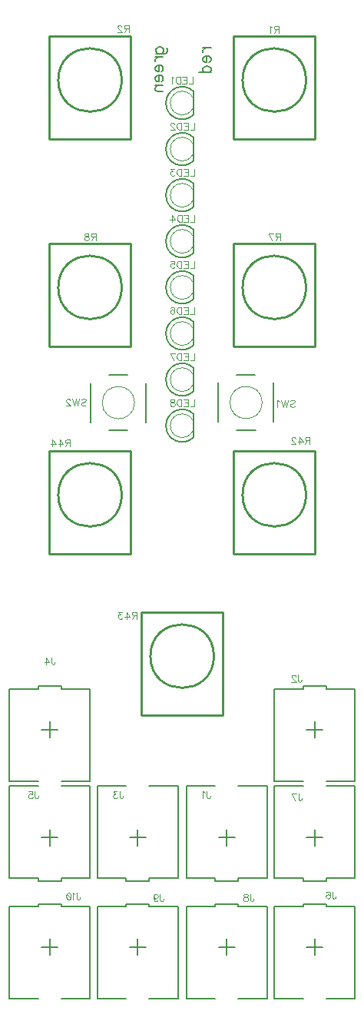
<source format=gbo>
G04 DipTrace 3.2.0.1*
G04 beehive.GBO*
%MOIN*%
G04 #@! TF.FileFunction,Legend,Bot*
G04 #@! TF.Part,Single*
%ADD10C,0.009843*%
%ADD15C,0.008*%
%ADD16C,0.006*%
%ADD30C,0.000013*%
%ADD37C,0.005*%
%ADD40C,0.005984*%
%ADD79C,0.004632*%
%ADD81C,0.00772*%
%FSLAX26Y26*%
G04*
G70*
G90*
G75*
G01*
G04 BotSilk*
%LPD*%
X1337792Y1106291D2*
D16*
X1407827D1*
X1372827Y1141238D2*
Y1071295D1*
X1422842Y931408D2*
X1547827D1*
X1322812D2*
X1197827D1*
X1322812Y1331417D2*
X1197827D1*
X1422842D2*
X1547827D1*
Y931408D1*
X1197827D2*
Y1331417D1*
X1322812Y931408D2*
D40*
Y918934D1*
X1422842D1*
Y931408D1*
X1789113Y1575282D2*
D16*
X1719078D1*
X1754078Y1540335D2*
Y1610279D1*
X1704063Y1750166D2*
X1579078D1*
X1804093D2*
X1929078D1*
X1804093Y1350156D2*
X1929078D1*
X1704063D2*
X1579078D1*
Y1750166D1*
X1929078D2*
Y1350156D1*
X1804093Y1750166D2*
D40*
Y1762640D1*
X1704063D1*
Y1750166D1*
X950292Y1106291D2*
D16*
X1020327D1*
X985327Y1141238D2*
Y1071295D1*
X1035342Y931408D2*
X1160327D1*
X935312D2*
X810327D1*
X935312Y1331417D2*
X810327D1*
X1035342D2*
X1160327D1*
Y931408D1*
X810327D2*
Y1331417D1*
X935312Y931408D2*
D40*
Y918934D1*
X1035342D1*
Y931408D1*
X639113Y1575282D2*
D16*
X569078D1*
X604078Y1540335D2*
Y1610279D1*
X554063Y1750166D2*
X429078D1*
X654093D2*
X779078D1*
X654093Y1350156D2*
X779078D1*
X554063D2*
X429078D1*
Y1750166D1*
X779078D2*
Y1350156D1*
X654093Y1750166D2*
D40*
Y1762640D1*
X554063D1*
Y1750166D1*
X569043Y1106291D2*
D16*
X639078D1*
X604078Y1141238D2*
Y1071295D1*
X654093Y931408D2*
X779078D1*
X554063D2*
X429078D1*
X554063Y1331417D2*
X429078D1*
X654093D2*
X779078D1*
Y931408D1*
X429078D2*
Y1331417D1*
X554063Y931408D2*
D40*
Y918934D1*
X654093D1*
Y931408D1*
X1789113Y631533D2*
D16*
X1719078D1*
X1754078Y596586D2*
Y666530D1*
X1704063Y806417D2*
X1579078D1*
X1804093D2*
X1929078D1*
X1804093Y406407D2*
X1929078D1*
X1704063D2*
X1579078D1*
Y806417D1*
X1929078D2*
Y406407D1*
X1804093Y806417D2*
D40*
Y818891D1*
X1704063D1*
Y806417D1*
X1719043Y1106291D2*
D16*
X1789078D1*
X1754078Y1141238D2*
Y1071295D1*
X1804093Y931408D2*
X1929078D1*
X1704063D2*
X1579078D1*
X1704063Y1331417D2*
X1579078D1*
X1804093D2*
X1929078D1*
Y931408D1*
X1579078D2*
Y1331417D1*
X1704063Y931408D2*
D40*
Y918934D1*
X1804093D1*
Y931408D1*
X1407862Y631533D2*
D16*
X1337827D1*
X1372827Y596586D2*
Y666530D1*
X1322812Y806417D2*
X1197827D1*
X1422842D2*
X1547827D1*
X1422842Y406407D2*
X1547827D1*
X1322812D2*
X1197827D1*
Y806417D1*
X1547827D2*
Y406407D1*
X1422842Y806417D2*
D40*
Y818891D1*
X1322812D1*
Y806417D1*
X1020362Y631533D2*
D16*
X950327D1*
X985327Y596586D2*
Y666530D1*
X935312Y806417D2*
X810327D1*
X1035342D2*
X1160327D1*
X1035342Y406407D2*
X1160327D1*
X935312D2*
X810327D1*
Y806417D1*
X1160327D2*
Y406407D1*
X1035342Y806417D2*
D40*
Y818891D1*
X935312D1*
Y806417D1*
X639113Y631533D2*
D16*
X569078D1*
X604078Y596586D2*
Y666530D1*
X554063Y806417D2*
X429078D1*
X654093D2*
X779078D1*
X654093Y406407D2*
X779078D1*
X554063D2*
X429078D1*
Y806417D1*
X779078D2*
Y406407D1*
X654093Y806417D2*
D40*
Y818891D1*
X554063D1*
Y806417D1*
X1127907Y4293912D2*
D30*
G02X1127907Y4293912I51170J0D01*
G01*
X1229085Y4343921D2*
D37*
G03X1229085Y4243904I-49996J-50008D01*
G01*
Y4343921D2*
Y4243904D1*
X1127907Y4093912D2*
D30*
G02X1127907Y4093912I51170J0D01*
G01*
X1229085Y4143921D2*
D37*
G03X1229085Y4043904I-49996J-50008D01*
G01*
Y4143921D2*
Y4043904D1*
X1127907Y3893912D2*
D30*
G02X1127907Y3893912I51170J0D01*
G01*
X1229085Y3943921D2*
D37*
G03X1229085Y3843904I-49996J-50008D01*
G01*
Y3943921D2*
Y3843904D1*
X1127907Y3693912D2*
D30*
G02X1127907Y3693912I51170J0D01*
G01*
X1229085Y3743921D2*
D37*
G03X1229085Y3643904I-49996J-50008D01*
G01*
Y3743921D2*
Y3643904D1*
X1127907Y3493912D2*
D30*
G02X1127907Y3493912I51170J0D01*
G01*
X1229085Y3543921D2*
D37*
G03X1229085Y3443904I-49996J-50008D01*
G01*
Y3543921D2*
Y3443904D1*
X1127907Y3293912D2*
D30*
G02X1127907Y3293912I51170J0D01*
G01*
X1229085Y3343921D2*
D37*
G03X1229085Y3243904I-49996J-50008D01*
G01*
Y3343921D2*
Y3243904D1*
X1127907Y3093912D2*
D30*
G02X1127907Y3093912I51170J0D01*
G01*
X1229085Y3143921D2*
D37*
G03X1229085Y3043904I-49996J-50008D01*
G01*
Y3143921D2*
Y3043904D1*
X1127907Y2893912D2*
D30*
G02X1127907Y2893912I51170J0D01*
G01*
X1229085Y2943921D2*
D37*
G03X1229085Y2843904I-49996J-50008D01*
G01*
Y2943921D2*
Y2843904D1*
X1756212Y4584856D2*
D10*
X1401944D1*
Y4137979D1*
X1756212D1*
Y4584856D1*
X1441286Y4393915D2*
G02X1441286Y4393915I137768J0D01*
G01*
X956212Y4584856D2*
X601944D1*
Y4137979D1*
X956212D1*
Y4584856D1*
X641286Y4393915D2*
G02X641286Y4393915I137768J0D01*
G01*
X1756212Y3684856D2*
X1401944D1*
Y3237979D1*
X1756212D1*
Y3684856D1*
X1441286Y3493915D2*
G02X1441286Y3493915I137768J0D01*
G01*
X956212Y3684856D2*
X601944D1*
Y3237979D1*
X956212D1*
Y3684856D1*
X641286Y3493915D2*
G02X641286Y3493915I137768J0D01*
G01*
X1756212Y2784856D2*
X1401944D1*
Y2337979D1*
X1756212D1*
Y2784856D1*
X1441286Y2593915D2*
G02X1441286Y2593915I137768J0D01*
G01*
X1356212Y2084856D2*
X1001944D1*
Y1637979D1*
X1356212D1*
Y2084856D1*
X1041286Y1893915D2*
G02X1041286Y1893915I137768J0D01*
G01*
X956212Y2784856D2*
X601944D1*
Y2337979D1*
X956212D1*
Y2784856D1*
X641286Y2593915D2*
G02X641286Y2593915I137768J0D01*
G01*
X1386471Y2994311D2*
D30*
G02X1386471Y2994311I70010J0D01*
G01*
X1576483Y3079319D2*
D15*
Y2909303D1*
X1336478D2*
Y3079319D1*
X1495769Y3114299D2*
X1416496D1*
X1496945Y2874323D2*
X1416496D1*
X832167Y2993912D2*
D30*
G02X832167Y2993912I70010J0D01*
G01*
X782174Y2908904D2*
D15*
Y3078920D1*
X1022179D2*
Y2908904D1*
X862887Y2873924D2*
X942161D1*
X861711Y3113900D2*
X942161D1*
X1286241Y1307685D2*
D79*
Y1284737D1*
X1287667Y1280426D1*
X1289126Y1279000D1*
X1291978Y1277541D1*
X1294863D1*
X1297715Y1279000D1*
X1299141Y1280426D1*
X1300600Y1284737D1*
Y1287589D1*
X1276977Y1301914D2*
X1274092Y1303374D1*
X1269781Y1307651D1*
Y1277541D1*
X1682705Y1812644D2*
Y1789696D1*
X1684131Y1785385D1*
X1685590Y1783959D1*
X1688442Y1782500D1*
X1691327D1*
X1694179Y1783959D1*
X1695605Y1785385D1*
X1697064Y1789696D1*
Y1792548D1*
X1671983Y1805448D2*
Y1806874D1*
X1670557Y1809759D1*
X1669131Y1811185D1*
X1666246Y1812611D1*
X1660509D1*
X1657657Y1811185D1*
X1656231Y1809759D1*
X1654772Y1806874D1*
Y1804022D1*
X1656231Y1801137D1*
X1659083Y1796859D1*
X1673442Y1782500D1*
X1653346D1*
X908112Y1306711D2*
Y1283763D1*
X909538Y1279452D1*
X910997Y1278026D1*
X913849Y1276567D1*
X916734D1*
X919586Y1278026D1*
X921012Y1279452D1*
X922471Y1283763D1*
Y1286615D1*
X895963Y1306678D2*
X880212D1*
X888801Y1295204D1*
X884490D1*
X881638Y1293778D1*
X880212Y1292352D1*
X878753Y1288041D1*
Y1285189D1*
X880212Y1280878D1*
X883064Y1277993D1*
X887375Y1276567D1*
X891686D1*
X895963Y1277993D1*
X897389Y1279452D1*
X898849Y1282304D1*
X612291Y1888595D2*
Y1865647D1*
X613717Y1861336D1*
X615176Y1859910D1*
X618028Y1858451D1*
X620913D1*
X623765Y1859910D1*
X625191Y1861336D1*
X626650Y1865647D1*
Y1868499D1*
X588668Y1858451D2*
Y1888562D1*
X603027Y1868499D1*
X581505D1*
X539440Y1306845D2*
Y1283897D1*
X540866Y1279586D1*
X542325Y1278160D1*
X545177Y1276701D1*
X548062D1*
X550914Y1278160D1*
X552340Y1279586D1*
X553799Y1283897D1*
Y1286749D1*
X512966Y1306812D2*
X527292D1*
X528718Y1293912D1*
X527292Y1295338D1*
X522981Y1296797D1*
X518703D1*
X514392Y1295338D1*
X511507Y1292486D1*
X510081Y1288175D1*
Y1285323D1*
X511507Y1281012D1*
X514392Y1278127D1*
X518703Y1276701D1*
X522981D1*
X527292Y1278127D1*
X528718Y1279586D1*
X530177Y1282438D1*
X1830957Y871816D2*
Y848868D1*
X1832383Y844557D1*
X1833842Y843131D1*
X1836694Y841672D1*
X1839579D1*
X1842431Y843131D1*
X1843857Y844557D1*
X1845316Y848868D1*
Y851720D1*
X1804483Y867505D2*
X1805909Y870357D1*
X1810220Y871783D1*
X1813072D1*
X1817383Y870357D1*
X1820268Y866046D1*
X1821694Y858883D1*
Y851720D1*
X1820268Y845983D1*
X1817383Y843098D1*
X1813072Y841672D1*
X1811646D1*
X1807368Y843098D1*
X1804483Y845983D1*
X1803057Y850294D1*
Y851720D1*
X1804483Y856031D1*
X1807368Y858883D1*
X1811646Y860309D1*
X1813072D1*
X1817383Y858883D1*
X1820268Y856031D1*
X1821694Y851720D1*
X1684323Y1298591D2*
Y1275643D1*
X1685749Y1271332D1*
X1687208Y1269907D1*
X1690060Y1268447D1*
X1692945D1*
X1695797Y1269907D1*
X1697223Y1271332D1*
X1698682Y1275643D1*
Y1278495D1*
X1669323Y1268447D2*
X1654964Y1298558D1*
X1675060D1*
X1474523Y861271D2*
Y838323D1*
X1475949Y834012D1*
X1477408Y832586D1*
X1480260Y831127D1*
X1483145D1*
X1485997Y832586D1*
X1487423Y834012D1*
X1488882Y838323D1*
Y841175D1*
X1458097Y861238D2*
X1462375Y859812D1*
X1463834Y856960D1*
Y854075D1*
X1462375Y851223D1*
X1459523Y849764D1*
X1453786Y848338D1*
X1449475Y846912D1*
X1446623Y844027D1*
X1445197Y841175D1*
Y836864D1*
X1446623Y834012D1*
X1448049Y832553D1*
X1452360Y831127D1*
X1458097D1*
X1462375Y832553D1*
X1463834Y834012D1*
X1465260Y836864D1*
Y841175D1*
X1463834Y844027D1*
X1460949Y846912D1*
X1456671Y848338D1*
X1450934Y849764D1*
X1448049Y851223D1*
X1446623Y854075D1*
Y856960D1*
X1448049Y859812D1*
X1452360Y861238D1*
X1458097D1*
X1083288Y861271D2*
Y838323D1*
X1084714Y834012D1*
X1086173Y832586D1*
X1089025Y831127D1*
X1091910D1*
X1094762Y832586D1*
X1096187Y834012D1*
X1097647Y838323D1*
Y841175D1*
X1055354Y851223D2*
X1056813Y846912D1*
X1059665Y844027D1*
X1063976Y842601D1*
X1065402D1*
X1069713Y844027D1*
X1072565Y846912D1*
X1074024Y851223D1*
Y852649D1*
X1072565Y856960D1*
X1069713Y859812D1*
X1065402Y861238D1*
X1063976D1*
X1059665Y859812D1*
X1056813Y856960D1*
X1055354Y851223D1*
Y844027D1*
X1056813Y836864D1*
X1059665Y832553D1*
X1063976Y831127D1*
X1066828D1*
X1071139Y832553D1*
X1072565Y835438D1*
X721618Y867349D2*
Y844401D1*
X723043Y840090D1*
X724503Y838664D1*
X727354Y837205D1*
X730240D1*
X733091Y838664D1*
X734517Y840090D1*
X735977Y844401D1*
Y847253D1*
X712354Y861578D2*
X709469Y863038D1*
X705158Y867315D1*
Y837205D1*
X687272Y867315D2*
X691583Y865890D1*
X694468Y861578D1*
X695894Y854416D1*
Y850105D1*
X694468Y842942D1*
X691583Y838631D1*
X687272Y837205D1*
X684420D1*
X680109Y838631D1*
X677257Y842942D1*
X675798Y850105D1*
Y854416D1*
X677257Y861578D1*
X680109Y865890D1*
X684420Y867315D1*
X687272D1*
X677257Y861578D2*
X694468Y842942D1*
X1224543Y4408560D2*
Y4378416D1*
X1207332D1*
X1179432Y4408560D2*
X1198069D1*
Y4378416D1*
X1179432D1*
X1198069Y4394201D2*
X1186595D1*
X1170168Y4408560D2*
Y4378416D1*
X1160120D1*
X1155809Y4379875D1*
X1152924Y4382727D1*
X1151498Y4385612D1*
X1150072Y4389890D1*
Y4397086D1*
X1151498Y4401397D1*
X1152924Y4404249D1*
X1155809Y4407134D1*
X1160120Y4408560D1*
X1170168D1*
X1140809Y4402790D2*
X1137923Y4404249D1*
X1133612Y4408527D1*
Y4378416D1*
X1230993Y4208560D2*
Y4178416D1*
X1213782D1*
X1185882Y4208560D2*
X1204518D1*
Y4178416D1*
X1185882D1*
X1204518Y4194201D2*
X1193045D1*
X1176618Y4208560D2*
Y4178416D1*
X1166570D1*
X1162259Y4179875D1*
X1159374Y4182727D1*
X1157948Y4185612D1*
X1156522Y4189890D1*
Y4197086D1*
X1157948Y4201397D1*
X1159374Y4204249D1*
X1162259Y4207134D1*
X1166570Y4208560D1*
X1176618D1*
X1145799Y4201364D2*
Y4202790D1*
X1144373Y4205675D1*
X1142947Y4207101D1*
X1140062Y4208527D1*
X1134325D1*
X1131474Y4207101D1*
X1130048Y4205675D1*
X1128588Y4202790D1*
Y4199938D1*
X1130048Y4197053D1*
X1132899Y4192775D1*
X1147258Y4178416D1*
X1127162D1*
X1230993Y4008560D2*
Y3978416D1*
X1213782D1*
X1185882Y4008560D2*
X1204518D1*
Y3978416D1*
X1185882D1*
X1204518Y3994201D2*
X1193045D1*
X1176618Y4008560D2*
Y3978416D1*
X1166570D1*
X1162259Y3979875D1*
X1159374Y3982727D1*
X1157948Y3985612D1*
X1156522Y3989890D1*
Y3997086D1*
X1157948Y4001397D1*
X1159374Y4004249D1*
X1162259Y4007134D1*
X1166570Y4008560D1*
X1176618D1*
X1144373Y4008527D2*
X1128622D1*
X1137210Y3997053D1*
X1132899D1*
X1130048Y3995627D1*
X1128622Y3994201D1*
X1127162Y3989890D1*
Y3987038D1*
X1128622Y3982727D1*
X1131474Y3979842D1*
X1135785Y3978416D1*
X1140096D1*
X1144373Y3979842D1*
X1145799Y3981301D1*
X1147258Y3984153D1*
X1231706Y3808560D2*
Y3778416D1*
X1214495D1*
X1186595Y3808560D2*
X1205231D1*
Y3778416D1*
X1186595D1*
X1205231Y3794201D2*
X1193757D1*
X1177331Y3808560D2*
Y3778416D1*
X1167283D1*
X1162972Y3779875D1*
X1160087Y3782727D1*
X1158661Y3785612D1*
X1157235Y3789890D1*
Y3797086D1*
X1158661Y3801397D1*
X1160087Y3804249D1*
X1162972Y3807134D1*
X1167283Y3808560D1*
X1177331D1*
X1133612Y3778416D2*
Y3808527D1*
X1147971Y3788464D1*
X1126450D1*
X1230993Y3608560D2*
Y3578416D1*
X1213782D1*
X1185882Y3608560D2*
X1204518D1*
Y3578416D1*
X1185882D1*
X1204518Y3594201D2*
X1193045D1*
X1176618Y3608560D2*
Y3578416D1*
X1166570D1*
X1162259Y3579875D1*
X1159374Y3582727D1*
X1157948Y3585612D1*
X1156522Y3589890D1*
Y3597086D1*
X1157948Y3601397D1*
X1159374Y3604249D1*
X1162259Y3607134D1*
X1166570Y3608560D1*
X1176618D1*
X1130048Y3608527D2*
X1144373D1*
X1145799Y3595627D1*
X1144373Y3597053D1*
X1140062Y3598512D1*
X1135785D1*
X1131474Y3597053D1*
X1128588Y3594201D1*
X1127162Y3589890D1*
Y3587038D1*
X1128588Y3582727D1*
X1131474Y3579842D1*
X1135785Y3578416D1*
X1140062D1*
X1144373Y3579842D1*
X1145799Y3581301D1*
X1147258Y3584153D1*
X1230263Y3408560D2*
Y3378416D1*
X1213052D1*
X1185152Y3408560D2*
X1203789D1*
Y3378416D1*
X1185152D1*
X1203789Y3394201D2*
X1192315D1*
X1175888Y3408560D2*
Y3378416D1*
X1165840D1*
X1161529Y3379875D1*
X1158644Y3382727D1*
X1157218Y3385612D1*
X1155792Y3389890D1*
Y3397086D1*
X1157218Y3401397D1*
X1158644Y3404249D1*
X1161529Y3407134D1*
X1165840Y3408560D1*
X1175888D1*
X1129318Y3404249D2*
X1130744Y3407101D1*
X1135055Y3408527D1*
X1137907D1*
X1142218Y3407101D1*
X1145103Y3402790D1*
X1146529Y3395627D1*
Y3388464D1*
X1145103Y3382727D1*
X1142218Y3379842D1*
X1137907Y3378416D1*
X1136481D1*
X1132203Y3379842D1*
X1129318Y3382727D1*
X1127892Y3387038D1*
Y3388464D1*
X1129318Y3392775D1*
X1132203Y3395627D1*
X1136481Y3397053D1*
X1137907D1*
X1142218Y3395627D1*
X1145103Y3392775D1*
X1146529Y3388464D1*
X1230993Y3208560D2*
Y3178416D1*
X1213782D1*
X1185882Y3208560D2*
X1204518D1*
Y3178416D1*
X1185882D1*
X1204518Y3194201D2*
X1193045D1*
X1176618Y3208560D2*
Y3178416D1*
X1166570D1*
X1162259Y3179875D1*
X1159374Y3182727D1*
X1157948Y3185612D1*
X1156522Y3189890D1*
Y3197086D1*
X1157948Y3201397D1*
X1159374Y3204249D1*
X1162259Y3207134D1*
X1166570Y3208560D1*
X1176618D1*
X1141522Y3178416D2*
X1127162Y3208527D1*
X1147258D1*
X1230976Y3008560D2*
Y2978416D1*
X1213765D1*
X1185865Y3008560D2*
X1204502D1*
Y2978416D1*
X1185865D1*
X1204502Y2994201D2*
X1193028D1*
X1176601Y3008560D2*
Y2978416D1*
X1166553D1*
X1162242Y2979875D1*
X1159357Y2982727D1*
X1157931Y2985612D1*
X1156505Y2989890D1*
Y2997086D1*
X1157931Y3001397D1*
X1159357Y3004249D1*
X1162242Y3007134D1*
X1166553Y3008560D1*
X1176601D1*
X1140079Y3008527D2*
X1144357Y3007101D1*
X1145816Y3004249D1*
Y3001364D1*
X1144357Y2998512D1*
X1141505Y2997053D1*
X1135768Y2995627D1*
X1131457Y2994201D1*
X1128605Y2991316D1*
X1127179Y2988464D1*
Y2984153D1*
X1128605Y2981301D1*
X1130031Y2979842D1*
X1134342Y2978416D1*
X1140079D1*
X1144357Y2979842D1*
X1145816Y2981301D1*
X1147242Y2984153D1*
Y2988464D1*
X1145816Y2991316D1*
X1142931Y2994201D1*
X1138653Y2995627D1*
X1132916Y2997053D1*
X1130031Y2998512D1*
X1128605Y3001364D1*
Y3004249D1*
X1130031Y3007101D1*
X1134342Y3008527D1*
X1140079D1*
X1597356Y4614431D2*
X1584456D1*
X1580145Y4615890D1*
X1578685Y4617316D1*
X1577260Y4620168D1*
Y4623053D1*
X1578685Y4625904D1*
X1580145Y4627364D1*
X1584456Y4628790D1*
X1597356D1*
Y4598646D1*
X1587308Y4614431D2*
X1577260Y4598646D1*
X1567996Y4623019D2*
X1565111Y4624479D1*
X1560800Y4628756D1*
Y4598646D1*
X947031Y4617545D2*
X934131D1*
X929820Y4619004D1*
X928361Y4620430D1*
X926935Y4623282D1*
Y4626167D1*
X928361Y4629019D1*
X929820Y4630478D1*
X934131Y4631904D1*
X947031D1*
Y4601760D1*
X936983Y4617545D2*
X926935Y4601760D1*
X916213Y4624708D2*
Y4626134D1*
X914787Y4629019D1*
X913361Y4630445D1*
X910476Y4631871D1*
X904739D1*
X901887Y4630445D1*
X900461Y4629019D1*
X899002Y4626134D1*
Y4623282D1*
X900461Y4620397D1*
X903313Y4616119D1*
X917672Y4601760D1*
X897576D1*
X1603805Y3714431D2*
X1590906D1*
X1586595Y3715890D1*
X1585135Y3717316D1*
X1583709Y3720168D1*
Y3723053D1*
X1585135Y3725904D1*
X1586595Y3727364D1*
X1590906Y3728790D1*
X1603805D1*
Y3698646D1*
X1593757Y3714431D2*
X1583709Y3698646D1*
X1568709D2*
X1554350Y3728756D1*
X1574446D1*
X803789Y3714431D2*
X790889D1*
X786578Y3715890D1*
X785119Y3717316D1*
X783693Y3720168D1*
Y3723053D1*
X785119Y3725904D1*
X786578Y3727364D1*
X790889Y3728790D1*
X803789D1*
Y3698646D1*
X793741Y3714431D2*
X783693Y3698646D1*
X767266Y3728756D2*
X771544Y3727330D1*
X773003Y3724479D1*
Y3721593D1*
X771544Y3718742D1*
X768692Y3717282D1*
X762955Y3715856D1*
X758644Y3714431D1*
X755792Y3711545D1*
X754367Y3708694D1*
Y3704383D1*
X755792Y3701531D1*
X757218Y3700072D1*
X761529Y3698646D1*
X767266D1*
X771544Y3700072D1*
X773003Y3701531D1*
X774429Y3704383D1*
Y3708694D1*
X773003Y3711545D1*
X770118Y3714431D1*
X765840Y3715856D1*
X760104Y3717282D1*
X757218Y3718742D1*
X755792Y3721593D1*
Y3724479D1*
X757218Y3727330D1*
X761529Y3728756D1*
X767266D1*
X1732780Y2830491D2*
X1719880D1*
X1715569Y2831950D1*
X1714110Y2833376D1*
X1712684Y2836228D1*
Y2839113D1*
X1714110Y2841965D1*
X1715569Y2843424D1*
X1719880Y2844850D1*
X1732780D1*
Y2814706D1*
X1722732Y2830491D2*
X1712684Y2814706D1*
X1689061D2*
Y2844817D1*
X1703420Y2824754D1*
X1681898D1*
X1671175Y2837654D2*
Y2839080D1*
X1669749Y2841965D1*
X1668324Y2843391D1*
X1665438Y2844817D1*
X1659701D1*
X1656850Y2843391D1*
X1655424Y2841965D1*
X1653965Y2839080D1*
Y2836228D1*
X1655424Y2833343D1*
X1658276Y2829065D1*
X1672635Y2814706D1*
X1652539D1*
X980698Y2071213D2*
X967798D1*
X963487Y2072672D1*
X962028Y2074098D1*
X960602Y2076950D1*
Y2079835D1*
X962028Y2082687D1*
X963487Y2084146D1*
X967798Y2085572D1*
X980698D1*
Y2055428D1*
X970650Y2071213D2*
X960602Y2055428D1*
X936980D2*
Y2085539D1*
X951339Y2065476D1*
X929817D1*
X917668Y2085539D2*
X901916D1*
X910505Y2074065D1*
X906194D1*
X903342Y2072639D1*
X901916Y2071213D1*
X900457Y2066902D1*
Y2064050D1*
X901916Y2059739D1*
X904768Y2056854D1*
X909079Y2055428D1*
X913390D1*
X917668Y2056854D1*
X919094Y2058313D1*
X920553Y2061165D1*
X691205Y2819445D2*
X678305D1*
X673994Y2820904D1*
X672535Y2822330D1*
X671109Y2825182D1*
Y2828067D1*
X672535Y2830919D1*
X673994Y2832378D1*
X678305Y2833804D1*
X691205D1*
Y2803660D1*
X681157Y2819445D2*
X671109Y2803660D1*
X647487D2*
Y2833771D1*
X661846Y2813708D1*
X640324D1*
X616701Y2803660D2*
Y2833771D1*
X631060Y2813708D1*
X609538D1*
X1647544Y3000324D2*
X1650396Y3003209D1*
X1654707Y3004635D1*
X1660444D1*
X1664755Y3003209D1*
X1667640Y3000324D1*
Y2997472D1*
X1666181Y2994587D1*
X1664755Y2993161D1*
X1661903Y2991735D1*
X1653281Y2988850D1*
X1650396Y2987424D1*
X1648970Y2985965D1*
X1647544Y2983113D1*
Y2978802D1*
X1650396Y2975950D1*
X1654707Y2974491D1*
X1660444D1*
X1664755Y2975950D1*
X1667640Y2978802D1*
X1638281Y3004635D2*
X1631085Y2974491D1*
X1623922Y3004635D1*
X1616759Y2974491D1*
X1609563Y3004635D1*
X1600299Y2998865D2*
X1597414Y3000324D1*
X1593103Y3004602D1*
Y2974491D1*
X741341Y3006057D2*
X744193Y3008942D1*
X748504Y3010368D1*
X754241D1*
X758552Y3008942D1*
X761437Y3006057D1*
Y3003205D1*
X759978Y3000320D1*
X758552Y2998894D1*
X755700Y2997468D1*
X747078Y2994583D1*
X744193Y2993157D1*
X742767Y2991698D1*
X741341Y2988846D1*
Y2984535D1*
X744193Y2981683D1*
X748504Y2980224D1*
X754241D1*
X758552Y2981683D1*
X761437Y2984535D1*
X732077Y3010368D2*
X724881Y2980224D1*
X717718Y3010368D1*
X710555Y2980224D1*
X703359Y3010368D1*
X692636Y3003172D2*
Y3004598D1*
X691210Y3007483D1*
X689785Y3008909D1*
X686899Y3010335D1*
X681162D1*
X678311Y3008909D1*
X676885Y3007483D1*
X675426Y3004598D1*
Y3001746D1*
X676885Y2998861D1*
X679737Y2994583D1*
X694096Y2980224D1*
X674000D1*
X1270040Y4533697D2*
D81*
X1303534D1*
X1284410D2*
X1277225Y4531266D1*
X1272417Y4526512D1*
X1270040Y4521704D1*
Y4514519D1*
X1284410Y4499080D2*
Y4470395D1*
X1279602D1*
X1274794Y4472771D1*
X1272417Y4475148D1*
X1270040Y4479956D1*
Y4487142D1*
X1272417Y4491895D1*
X1277225Y4496703D1*
X1284410Y4499080D1*
X1289164D1*
X1296349Y4496703D1*
X1301102Y4491895D1*
X1303534Y4487141D1*
Y4479956D1*
X1301102Y4475148D1*
X1296349Y4470395D1*
X1253294Y4426271D2*
X1303534D1*
X1277225D2*
X1272417Y4431024D1*
X1270040Y4435832D1*
Y4443017D1*
X1272417Y4447771D1*
X1277225Y4452579D1*
X1284410Y4454956D1*
X1289164D1*
X1296349Y4452579D1*
X1301102Y4447771D1*
X1303534Y4443017D1*
Y4435832D1*
X1301102Y4431024D1*
X1296349Y4426271D1*
X1065319Y4509269D2*
X1103620D1*
X1110750Y4511645D1*
X1113182Y4514022D1*
X1115558Y4518830D1*
Y4526015D1*
X1113182Y4530769D1*
X1072504Y4509269D2*
X1067750Y4514022D1*
X1065318Y4518830D1*
Y4526015D1*
X1067750Y4530769D1*
X1072504Y4535577D1*
X1079689Y4537954D1*
X1084497D1*
X1091627Y4535577D1*
X1096435Y4530769D1*
X1098812Y4526015D1*
Y4518830D1*
X1096435Y4514022D1*
X1091627Y4509269D1*
X1062942Y4493830D2*
X1096435D1*
X1077312D2*
X1070127Y4491398D1*
X1065319Y4486644D1*
X1062942Y4481836D1*
Y4474651D1*
X1077312Y4459212D2*
Y4430527D1*
X1072504D1*
X1067695Y4432903D1*
X1065319Y4435280D1*
X1062942Y4440089D1*
Y4447274D1*
X1065319Y4452027D1*
X1070127Y4456835D1*
X1077312Y4459212D1*
X1082065D1*
X1089250Y4456835D1*
X1094003Y4452027D1*
X1096435Y4447274D1*
Y4440088D1*
X1094003Y4435280D1*
X1089250Y4430527D1*
X1077312Y4415088D2*
Y4386403D1*
X1072504D1*
X1067695Y4388779D1*
X1065319Y4391156D1*
X1062942Y4395964D1*
Y4403149D1*
X1065319Y4407903D1*
X1070127Y4412711D1*
X1077312Y4415088D1*
X1082065D1*
X1089250Y4412711D1*
X1094003Y4407903D1*
X1096435Y4403149D1*
Y4395964D1*
X1094003Y4391156D1*
X1089250Y4386403D1*
X1062942Y4370964D2*
X1096435D1*
X1072504D2*
X1065319Y4363779D1*
X1062942Y4358970D1*
Y4351840D1*
X1065318Y4347032D1*
X1072504Y4344655D1*
X1096435D1*
M02*

</source>
